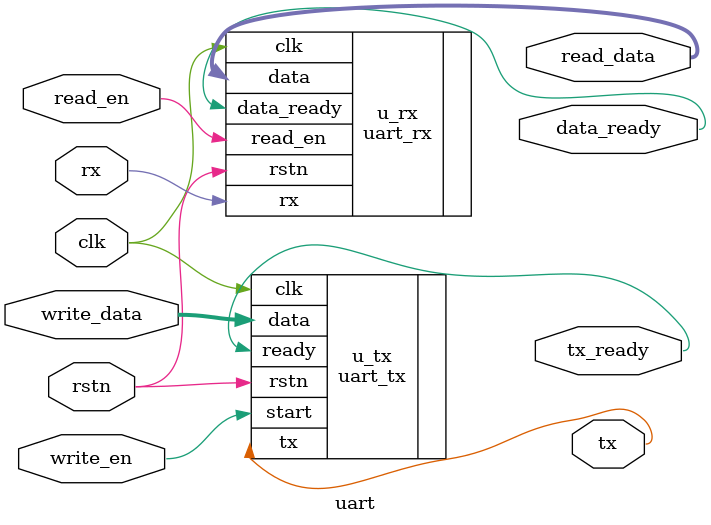
<source format=v>
`timescale 1ns / 1ps
module uart(
//Common
input   wire                    clk,
input   wire 						  rstn,
//RX
input   wire                    rx,
input	  wire						  read_en,
output  wire     [7:0]          read_data,
output  wire						  data_ready,

//TX
input   wire    [7:0]   write_data,
input   wire            write_en,
output  wire            tx,
output  wire				tx_ready
);

	uart_tx u_tx (
		.clk(clk), 
		.rstn(rstn),
		.data(write_data), 
		.start(write_en), 
		.tx(tx), 
		.ready(tx_ready)
	);
	
	uart_rx u_rx (
		.clk(clk), 
		.rstn(rstn),
		.rx(rx), 
		.data(read_data), 
		.data_ready(data_ready),
		.read_en(read_en)
	);


endmodule

</source>
